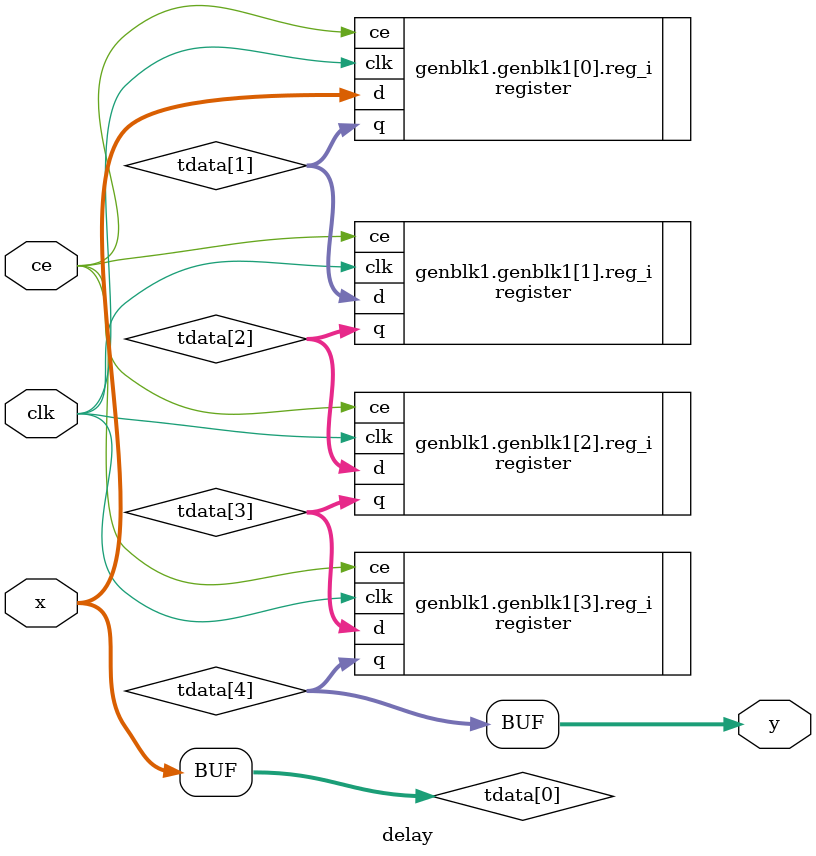
<source format=v>
`timescale 1ns / 1ps

module delay
#(
    parameter N = 8,
    parameter DELAY = 4
)
(
    input clk,
    input ce,
    input [N-1:0]x,
    output [N-1:0]y
);

wire [N-1:0] tdata [DELAY:0];


genvar i;

generate
    if(DELAY==0)
        assign y=x;
    else
    begin
        for(i=0; i<DELAY; i=i+1)
        begin
            register
            #( 
                .N(N)
            ) reg_i
            (
                .clk(clk),
                .ce(ce),
                .d(tdata[i]),
                .q(tdata[i+1])
            );        
        end
        
        assign tdata[0] = x;
        assign y = tdata[DELAY];   
    
    end

endgenerate


endmodule

</source>
